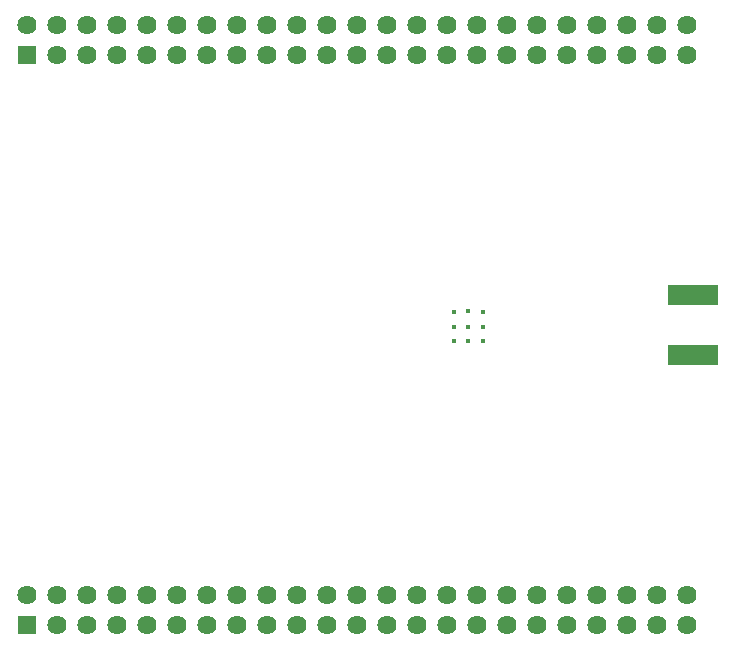
<source format=gbs>
G04 Layer_Color=16711935*
%FSLAX25Y25*%
%MOIN*%
G70*
G01*
G75*
%ADD62R,0.16584X0.06584*%
%ADD75C,0.06400*%
%ADD76R,0.06400X0.06400*%
%ADD77C,0.01772*%
D62*
X301500Y119500D02*
D03*
Y99500D02*
D03*
D75*
X89383Y19381D02*
D03*
Y9381D02*
D03*
X179383Y19381D02*
D03*
X189383Y9381D02*
D03*
X179383D02*
D03*
X289383D02*
D03*
X299383Y19381D02*
D03*
X259383Y9381D02*
D03*
X189383Y19381D02*
D03*
X199383Y9381D02*
D03*
X169383Y19381D02*
D03*
X99383D02*
D03*
Y9381D02*
D03*
X229383Y19381D02*
D03*
Y9381D02*
D03*
X239383D02*
D03*
X249383D02*
D03*
X239383Y19381D02*
D03*
X249383D02*
D03*
X259383D02*
D03*
X269383D02*
D03*
Y9381D02*
D03*
X279383Y19381D02*
D03*
Y9381D02*
D03*
X289383Y19381D02*
D03*
X299383Y9381D02*
D03*
X219383Y19381D02*
D03*
Y9381D02*
D03*
X209383D02*
D03*
Y19381D02*
D03*
X119383D02*
D03*
X109383D02*
D03*
Y9381D02*
D03*
X119383D02*
D03*
X199383Y19381D02*
D03*
X159383D02*
D03*
X139383Y9381D02*
D03*
X169383D02*
D03*
X129383Y19381D02*
D03*
X139383D02*
D03*
X129383Y9381D02*
D03*
X149383D02*
D03*
Y19381D02*
D03*
X159383Y9381D02*
D03*
X79383Y19381D02*
D03*
X89383Y209381D02*
D03*
Y199381D02*
D03*
X179383Y209381D02*
D03*
X189383Y199381D02*
D03*
X179383D02*
D03*
X289383D02*
D03*
X299383Y209381D02*
D03*
X259383Y199381D02*
D03*
X189383Y209381D02*
D03*
X199383Y199381D02*
D03*
X169383Y209381D02*
D03*
X99383D02*
D03*
Y199381D02*
D03*
X229383Y209381D02*
D03*
Y199381D02*
D03*
X239383D02*
D03*
X249383D02*
D03*
X239383Y209381D02*
D03*
X249383D02*
D03*
X259383D02*
D03*
X269383D02*
D03*
Y199381D02*
D03*
X279383Y209381D02*
D03*
Y199381D02*
D03*
X289383Y209381D02*
D03*
X299383Y199381D02*
D03*
X219383Y209381D02*
D03*
Y199381D02*
D03*
X209383D02*
D03*
Y209381D02*
D03*
X119383D02*
D03*
X109383D02*
D03*
Y199381D02*
D03*
X119383D02*
D03*
X199383Y209381D02*
D03*
X159383D02*
D03*
X139383Y199381D02*
D03*
X169383D02*
D03*
X129383Y209381D02*
D03*
X139383D02*
D03*
X129383Y199381D02*
D03*
X149383D02*
D03*
Y209381D02*
D03*
X159383Y199381D02*
D03*
X79383Y209381D02*
D03*
D76*
Y9381D02*
D03*
Y199381D02*
D03*
D77*
X226500Y113921D02*
D03*
Y104079D02*
D03*
Y108803D02*
D03*
X221776Y113528D02*
D03*
X231224D02*
D03*
X221776Y104079D02*
D03*
X231224Y108803D02*
D03*
Y104079D02*
D03*
X221776Y108803D02*
D03*
M02*

</source>
